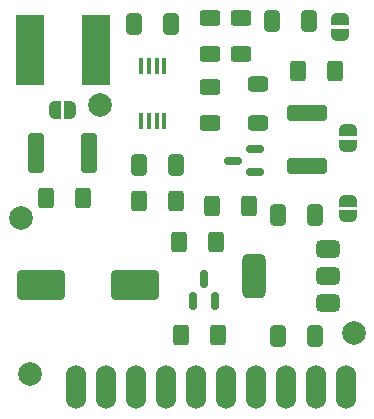
<source format=gts>
G04 #@! TF.GenerationSoftware,KiCad,Pcbnew,8.0.1-rc1*
G04 #@! TF.CreationDate,2024-03-16T10:33:16-04:00*
G04 #@! TF.ProjectId,boostlet,626f6f73-746c-4657-942e-6b696361645f,rev?*
G04 #@! TF.SameCoordinates,Original*
G04 #@! TF.FileFunction,Soldermask,Top*
G04 #@! TF.FilePolarity,Negative*
%FSLAX46Y46*%
G04 Gerber Fmt 4.6, Leading zero omitted, Abs format (unit mm)*
G04 Created by KiCad (PCBNEW 8.0.1-rc1) date 2024-03-16 10:33:16*
%MOMM*%
%LPD*%
G01*
G04 APERTURE LIST*
G04 Aperture macros list*
%AMRoundRect*
0 Rectangle with rounded corners*
0 $1 Rounding radius*
0 $2 $3 $4 $5 $6 $7 $8 $9 X,Y pos of 4 corners*
0 Add a 4 corners polygon primitive as box body*
4,1,4,$2,$3,$4,$5,$6,$7,$8,$9,$2,$3,0*
0 Add four circle primitives for the rounded corners*
1,1,$1+$1,$2,$3*
1,1,$1+$1,$4,$5*
1,1,$1+$1,$6,$7*
1,1,$1+$1,$8,$9*
0 Add four rect primitives between the rounded corners*
20,1,$1+$1,$2,$3,$4,$5,0*
20,1,$1+$1,$4,$5,$6,$7,0*
20,1,$1+$1,$6,$7,$8,$9,0*
20,1,$1+$1,$8,$9,$2,$3,0*%
%AMFreePoly0*
4,1,19,0.500000,-0.750000,0.000000,-0.750000,0.000000,-0.744911,-0.071157,-0.744911,-0.207708,-0.704816,-0.327430,-0.627875,-0.420627,-0.520320,-0.479746,-0.390866,-0.500000,-0.250000,-0.500000,0.250000,-0.479746,0.390866,-0.420627,0.520320,-0.327430,0.627875,-0.207708,0.704816,-0.071157,0.744911,0.000000,0.744911,0.000000,0.750000,0.500000,0.750000,0.500000,-0.750000,0.500000,-0.750000,
$1*%
%AMFreePoly1*
4,1,19,0.000000,0.744911,0.071157,0.744911,0.207708,0.704816,0.327430,0.627875,0.420627,0.520320,0.479746,0.390866,0.500000,0.250000,0.500000,-0.250000,0.479746,-0.390866,0.420627,-0.520320,0.327430,-0.627875,0.207708,-0.704816,0.071157,-0.744911,0.000000,-0.744911,0.000000,-0.750000,-0.500000,-0.750000,-0.500000,0.750000,0.000000,0.750000,0.000000,0.744911,0.000000,0.744911,
$1*%
G04 Aperture macros list end*
%ADD10RoundRect,0.250000X-1.750000X-1.000000X1.750000X-1.000000X1.750000X1.000000X-1.750000X1.000000X0*%
%ADD11RoundRect,0.250000X0.625000X-0.400000X0.625000X0.400000X-0.625000X0.400000X-0.625000X-0.400000X0*%
%ADD12R,0.381000X1.447800*%
%ADD13RoundRect,0.250000X-0.400000X-0.625000X0.400000X-0.625000X0.400000X0.625000X-0.400000X0.625000X0*%
%ADD14FreePoly0,270.000000*%
%ADD15FreePoly1,270.000000*%
%ADD16C,2.000000*%
%ADD17RoundRect,0.250000X-0.625000X0.400000X-0.625000X-0.400000X0.625000X-0.400000X0.625000X0.400000X0*%
%ADD18RoundRect,0.150000X0.150000X-0.587500X0.150000X0.587500X-0.150000X0.587500X-0.150000X-0.587500X0*%
%ADD19RoundRect,0.250000X0.400000X1.450000X-0.400000X1.450000X-0.400000X-1.450000X0.400000X-1.450000X0*%
%ADD20RoundRect,0.250000X0.412500X0.650000X-0.412500X0.650000X-0.412500X-0.650000X0.412500X-0.650000X0*%
%ADD21FreePoly0,0.000000*%
%ADD22FreePoly1,0.000000*%
%ADD23RoundRect,0.250000X-0.412500X-0.650000X0.412500X-0.650000X0.412500X0.650000X-0.412500X0.650000X0*%
%ADD24FreePoly0,90.000000*%
%ADD25FreePoly1,90.000000*%
%ADD26RoundRect,0.150000X0.587500X0.150000X-0.587500X0.150000X-0.587500X-0.150000X0.587500X-0.150000X0*%
%ADD27RoundRect,0.375000X0.625000X0.375000X-0.625000X0.375000X-0.625000X-0.375000X0.625000X-0.375000X0*%
%ADD28RoundRect,0.500000X0.500000X1.400000X-0.500000X1.400000X-0.500000X-1.400000X0.500000X-1.400000X0*%
%ADD29RoundRect,0.325000X-0.550000X0.325000X-0.550000X-0.325000X0.550000X-0.325000X0.550000X0.325000X0*%
%ADD30R,2.450000X5.900000*%
%ADD31O,1.700000X3.700000*%
%ADD32RoundRect,0.250000X1.450000X-0.400000X1.450000X0.400000X-1.450000X0.400000X-1.450000X-0.400000X0*%
G04 APERTURE END LIST*
D10*
G04 #@! TO.C,C1*
X108903000Y-104140000D03*
X116903000Y-104140000D03*
G04 #@! TD*
D11*
G04 #@! TO.C,R8*
X125857000Y-84608000D03*
X125857000Y-81508000D03*
G04 #@! TD*
D12*
G04 #@! TO.C,U1*
X117388640Y-90208100D03*
X118038880Y-90208100D03*
X118689120Y-90208100D03*
X119339360Y-90208100D03*
X119339360Y-85559900D03*
X118689120Y-85559900D03*
X118038880Y-85559900D03*
X117388640Y-85559900D03*
G04 #@! TD*
D13*
G04 #@! TO.C,R3*
X109321000Y-96774000D03*
X112421000Y-96774000D03*
G04 #@! TD*
D14*
G04 #@! TO.C,JP3*
X134874000Y-91044000D03*
D15*
X134874000Y-92344000D03*
G04 #@! TD*
D14*
G04 #@! TO.C,JP2*
X134239000Y-81646000D03*
D15*
X134239000Y-82946000D03*
G04 #@! TD*
D16*
G04 #@! TO.C,FID1*
X107950000Y-111633000D03*
G04 #@! TD*
D13*
G04 #@! TO.C,R9*
X117195000Y-97028000D03*
X120295000Y-97028000D03*
G04 #@! TD*
D17*
G04 #@! TO.C,R7*
X123190000Y-81508000D03*
X123190000Y-84608000D03*
G04 #@! TD*
D13*
G04 #@! TO.C,R1*
X120751000Y-108331000D03*
X123851000Y-108331000D03*
G04 #@! TD*
G04 #@! TO.C,R11*
X130657000Y-85979000D03*
X133757000Y-85979000D03*
G04 #@! TD*
D16*
G04 #@! TO.C,FID3*
X135382000Y-108204000D03*
G04 #@! TD*
D18*
G04 #@! TO.C,Q1*
X121732000Y-105458500D03*
X123632000Y-105458500D03*
X122682000Y-103583500D03*
G04 #@! TD*
D19*
G04 #@! TO.C,F1*
X112969000Y-92964000D03*
X108519000Y-92964000D03*
G04 #@! TD*
D13*
G04 #@! TO.C,R2*
X120624000Y-100457000D03*
X123724000Y-100457000D03*
G04 #@! TD*
D20*
G04 #@! TO.C,C3*
X132118500Y-98171000D03*
X128993500Y-98171000D03*
G04 #@! TD*
D21*
G04 #@! TO.C,JP1*
X110094000Y-89281000D03*
D22*
X111394000Y-89281000D03*
G04 #@! TD*
D23*
G04 #@! TO.C,C4*
X128993500Y-108458000D03*
X132118500Y-108458000D03*
G04 #@! TD*
D24*
G04 #@! TO.C,JP4*
X134874000Y-98313000D03*
D25*
X134874000Y-97013000D03*
G04 #@! TD*
D23*
G04 #@! TO.C,C5*
X116801500Y-82042000D03*
X119926500Y-82042000D03*
G04 #@! TD*
D16*
G04 #@! TO.C,FID2*
X113919000Y-88900000D03*
G04 #@! TD*
D13*
G04 #@! TO.C,R10*
X123418000Y-97409000D03*
X126518000Y-97409000D03*
G04 #@! TD*
D26*
G04 #@! TO.C,Q3*
X127048500Y-94549000D03*
X127048500Y-92649000D03*
X125173500Y-93599000D03*
G04 #@! TD*
D23*
G04 #@! TO.C,C7*
X128485500Y-81788000D03*
X131610500Y-81788000D03*
G04 #@! TD*
D27*
G04 #@! TO.C,U4*
X133198000Y-105678000D03*
X133198000Y-103378000D03*
D28*
X126898000Y-103378000D03*
D27*
X133198000Y-101078000D03*
G04 #@! TD*
D29*
G04 #@! TO.C,D2*
X127254000Y-87123000D03*
X127254000Y-90423000D03*
G04 #@! TD*
D23*
G04 #@! TO.C,C2*
X117182500Y-93980000D03*
X120307500Y-93980000D03*
G04 #@! TD*
D30*
G04 #@! TO.C,L1*
X107969000Y-84201000D03*
X113519000Y-84201000D03*
G04 #@! TD*
D17*
G04 #@! TO.C,R6*
X123190000Y-87350000D03*
X123190000Y-90450000D03*
G04 #@! TD*
D16*
G04 #@! TO.C,FID4*
X107188000Y-98425000D03*
G04 #@! TD*
D31*
G04 #@! TO.C,J4*
X111887000Y-112776000D03*
X114427000Y-112776000D03*
X116967000Y-112776000D03*
X119507000Y-112776000D03*
X122047000Y-112776000D03*
X124587000Y-112776000D03*
X127127000Y-112776000D03*
X129667000Y-112776000D03*
X132207000Y-112776000D03*
X134747000Y-112776000D03*
G04 #@! TD*
D32*
G04 #@! TO.C,F2*
X131445000Y-94046000D03*
X131445000Y-89596000D03*
G04 #@! TD*
M02*

</source>
